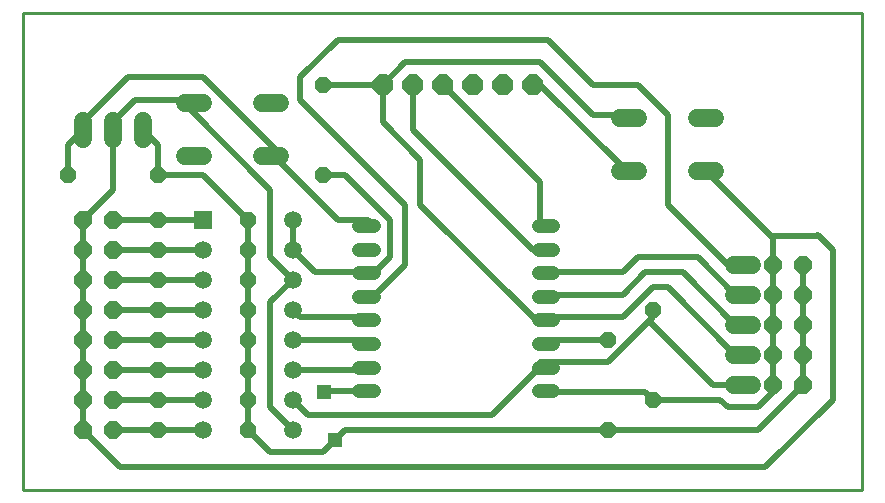
<source format=gbr>
G04 EAGLE Gerber X2 export*
%TF.Part,Single*%
%TF.FileFunction,Copper,L1,Top,Mixed*%
%TF.FilePolarity,Positive*%
%TF.GenerationSoftware,Autodesk,EAGLE,9.0.1*%
%TF.CreationDate,2018-06-19T07:22:09Z*%
G75*
%MOMM*%
%FSLAX34Y34*%
%LPD*%
%AMOC8*
5,1,8,0,0,1.08239X$1,22.5*%
G01*
%ADD10C,1.524000*%
%ADD11P,1.649562X8X112.500000*%
%ADD12P,1.924489X8X112.500000*%
%ADD13P,1.429621X8X292.500000*%
%ADD14P,1.429621X8X22.500000*%
%ADD15P,1.429621X8X202.500000*%
%ADD16R,1.498600X1.498600*%
%ADD17C,1.498600*%
%ADD18C,1.208000*%
%ADD19C,0.508000*%
%ADD20R,1.300000X1.300000*%
%ADD21C,0.254000*%


D10*
X601980Y190500D02*
X617220Y190500D01*
X617220Y165100D02*
X601980Y165100D01*
X601980Y139700D02*
X617220Y139700D01*
X617220Y114300D02*
X601980Y114300D01*
X601980Y88900D02*
X617220Y88900D01*
D11*
X660400Y88900D03*
X635000Y88900D03*
X660400Y114300D03*
X635000Y114300D03*
X660400Y139700D03*
X635000Y139700D03*
X660400Y165100D03*
X635000Y165100D03*
X660400Y190500D03*
X635000Y190500D03*
D12*
X304800Y342900D03*
X330200Y342900D03*
X355600Y342900D03*
X381000Y342900D03*
X406400Y342900D03*
X431800Y342900D03*
D10*
X50800Y312420D02*
X50800Y297180D01*
X76200Y297180D02*
X76200Y312420D01*
X101600Y312420D02*
X101600Y297180D01*
D11*
X76200Y50800D03*
X50800Y50800D03*
X76200Y76200D03*
X50800Y76200D03*
X76200Y101600D03*
X50800Y101600D03*
X76200Y127000D03*
X50800Y127000D03*
X76200Y152400D03*
X50800Y152400D03*
X76200Y177800D03*
X50800Y177800D03*
X76200Y203200D03*
X50800Y203200D03*
X76200Y228600D03*
X50800Y228600D03*
D13*
X254000Y342900D03*
X254000Y266700D03*
D14*
X114300Y177800D03*
X190500Y177800D03*
X114300Y203200D03*
X190500Y203200D03*
X114300Y228600D03*
X190500Y228600D03*
D13*
X495300Y127000D03*
X495300Y50800D03*
X533400Y152400D03*
X533400Y76200D03*
D15*
X114300Y266700D03*
X38100Y266700D03*
D14*
X114300Y50800D03*
X190500Y50800D03*
X114300Y76200D03*
X190500Y76200D03*
X114300Y101600D03*
X190500Y101600D03*
X114300Y127000D03*
X190500Y127000D03*
X114300Y152400D03*
X190500Y152400D03*
D10*
X570992Y269494D02*
X586232Y269494D01*
X586232Y314706D02*
X570992Y314706D01*
X521208Y269494D02*
X505968Y269494D01*
X505968Y314706D02*
X521208Y314706D01*
X152908Y327406D02*
X137668Y327406D01*
X137668Y282194D02*
X152908Y282194D01*
X202692Y327406D02*
X217932Y327406D01*
X217932Y282194D02*
X202692Y282194D01*
D16*
X152400Y228600D03*
D17*
X152400Y203200D03*
X152400Y177800D03*
X152400Y152400D03*
X152400Y127000D03*
X152400Y101600D03*
X152400Y76200D03*
X152400Y50800D03*
X228600Y50800D03*
X228600Y76200D03*
X228600Y101600D03*
X228600Y127000D03*
X228600Y152400D03*
X228600Y177800D03*
X228600Y203200D03*
X228600Y228600D03*
D18*
X437300Y83100D02*
X449380Y83100D01*
X449380Y103100D02*
X437300Y103100D01*
X437300Y123100D02*
X449380Y123100D01*
X449380Y143100D02*
X437300Y143100D01*
X437300Y163100D02*
X449380Y163100D01*
X449380Y183100D02*
X437300Y183100D01*
X437300Y203100D02*
X449380Y203100D01*
X449380Y223100D02*
X437300Y223100D01*
X297300Y83100D02*
X285220Y83100D01*
X285220Y103100D02*
X297300Y103100D01*
X297300Y123100D02*
X285220Y123100D01*
X285220Y143100D02*
X297300Y143100D01*
X297300Y163100D02*
X285220Y163100D01*
X285220Y183100D02*
X297300Y183100D01*
X297300Y203100D02*
X285220Y203100D01*
X285220Y223100D02*
X297300Y223100D01*
D19*
X438150Y82550D02*
X527050Y82550D01*
X533400Y76200D01*
X438150Y82550D02*
X437300Y83100D01*
X635000Y88900D02*
X635000Y114300D01*
X635000Y139700D02*
X635000Y165100D01*
X635000Y190500D01*
X635000Y139700D02*
X635000Y114300D01*
X590550Y76200D02*
X533400Y76200D01*
X590550Y76200D02*
X596900Y69850D01*
X622300Y69850D01*
X635000Y82550D01*
X635000Y88900D01*
X228600Y50800D02*
X209550Y69850D01*
X209550Y158750D01*
X228600Y177800D01*
X76200Y304800D02*
X76200Y311150D01*
X95250Y330200D01*
X139700Y330200D01*
X145288Y327406D01*
X50800Y228600D02*
X50800Y203200D01*
X50800Y177800D02*
X50800Y152400D01*
X50800Y76200D02*
X50800Y50800D01*
X50800Y101600D02*
X50800Y127000D01*
X50800Y101600D02*
X50800Y76200D01*
X50800Y127000D02*
X50800Y152400D01*
X50800Y177800D02*
X50800Y203200D01*
X76200Y254000D02*
X76200Y304800D01*
X76200Y254000D02*
X50800Y228600D01*
X209550Y196850D02*
X228600Y177800D01*
X209550Y196850D02*
X209550Y254000D01*
X139700Y323850D01*
X145288Y327406D01*
X50800Y50800D02*
X82550Y19050D01*
X438150Y342900D02*
X508000Y273050D01*
X438150Y342900D02*
X431800Y342900D01*
X508000Y273050D02*
X513588Y269494D01*
X635000Y196850D02*
X635000Y190500D01*
X514350Y266700D02*
X513588Y269494D01*
X633603Y214503D02*
X635000Y213106D01*
X633603Y214503D02*
X578612Y269494D01*
X635000Y213106D02*
X635000Y190500D01*
X685800Y76200D02*
X628650Y19050D01*
X685800Y76200D02*
X685800Y203200D01*
X673100Y215900D01*
X671703Y214503D01*
X633603Y214503D01*
X628650Y19050D02*
X82550Y19050D01*
X438150Y127000D02*
X495300Y127000D01*
X438150Y127000D02*
X437300Y123100D01*
X292100Y146050D02*
X234950Y146050D01*
X228600Y152400D01*
X292100Y146050D02*
X297300Y143100D01*
X292100Y101600D02*
X228600Y101600D01*
X292100Y101600D02*
X297300Y103100D01*
X292100Y127000D02*
X228600Y127000D01*
X292100Y127000D02*
X297300Y123100D01*
X38100Y266700D02*
X38100Y292100D01*
X50800Y304800D01*
X266700Y228600D02*
X292100Y228600D01*
X266700Y228600D02*
X215900Y279400D01*
X292100Y228600D02*
X297300Y223100D01*
X215900Y279400D02*
X210312Y282194D01*
X50800Y304800D02*
X50800Y311150D01*
X88900Y349250D01*
X152400Y349250D01*
X215900Y285750D01*
X210312Y282194D01*
X247650Y184150D02*
X292100Y184150D01*
X247650Y184150D02*
X228600Y203200D01*
X292100Y184150D02*
X297300Y183100D01*
X273050Y266700D02*
X254000Y266700D01*
X273050Y266700D02*
X311150Y228600D01*
X311150Y196850D01*
X298450Y184150D01*
X297300Y183100D01*
X228600Y203200D02*
X228600Y228600D01*
X114300Y266700D02*
X114300Y292100D01*
X101600Y304800D01*
X190500Y203200D02*
X190500Y177800D01*
X190500Y203200D02*
X190500Y228600D01*
X190500Y152400D02*
X190500Y127000D01*
X190500Y101600D02*
X190500Y76200D01*
X209550Y31750D02*
X254000Y31750D01*
X209550Y31750D02*
X190500Y50800D01*
X190500Y76200D01*
X190500Y101600D02*
X190500Y127000D01*
X190500Y152400D02*
X190500Y177800D01*
X152400Y266700D02*
X114300Y266700D01*
X152400Y266700D02*
X190500Y228600D01*
X660400Y190500D02*
X660400Y165100D01*
X660400Y139700D02*
X660400Y114300D01*
X622300Y50800D02*
X495300Y50800D01*
X622300Y50800D02*
X660400Y88900D01*
X660400Y114300D01*
X660400Y139700D02*
X660400Y165100D01*
X297300Y83100D02*
X255820Y83100D01*
X255270Y82550D01*
D20*
X255270Y82550D03*
D19*
X264160Y41910D02*
X254000Y31750D01*
X264160Y41910D02*
X273050Y50800D01*
X495300Y50800D01*
D20*
X264160Y41910D03*
D19*
X438150Y165100D02*
X508000Y165100D01*
X527050Y184150D01*
X558800Y184150D01*
X603250Y139700D01*
X609600Y139700D01*
X438150Y165100D02*
X437300Y163100D01*
X438150Y107950D02*
X495300Y107950D01*
X530225Y142875D02*
X533400Y146050D01*
X530225Y142875D02*
X495300Y107950D01*
X438150Y107950D02*
X437300Y103100D01*
X584200Y88900D02*
X609600Y88900D01*
X533400Y146050D02*
X533400Y152400D01*
X437300Y103100D02*
X435800Y101600D01*
X530225Y142875D02*
X584200Y88900D01*
X437300Y103100D02*
X397700Y63500D01*
X241300Y63500D01*
X228600Y76200D01*
X438150Y146050D02*
X508000Y146050D01*
X533400Y171450D01*
X546100Y171450D01*
X603250Y114300D01*
X609600Y114300D01*
X438150Y146050D02*
X437300Y143100D01*
X304800Y342900D02*
X254000Y342900D01*
X323850Y361950D02*
X438150Y361950D01*
X323850Y361950D02*
X304800Y342900D01*
X336550Y241300D02*
X431800Y146050D01*
X336550Y241300D02*
X336550Y279400D01*
X304800Y311150D01*
X304800Y342900D01*
X431800Y146050D02*
X437300Y143100D01*
X482600Y317500D02*
X508000Y317500D01*
X482600Y317500D02*
X438150Y361950D01*
X508000Y317500D02*
X513588Y314706D01*
X508000Y184150D02*
X438150Y184150D01*
X508000Y184150D02*
X520700Y196850D01*
X571500Y196850D01*
X603250Y165100D01*
X609600Y165100D01*
X438150Y184150D02*
X437300Y183100D01*
X323850Y190500D02*
X298450Y165100D01*
X323850Y190500D02*
X323850Y241300D01*
X234950Y330200D01*
X298450Y165100D02*
X297300Y163100D01*
X234950Y330200D02*
X234950Y349250D01*
X266700Y381000D01*
X444500Y381000D01*
X482600Y342900D01*
X520700Y342900D01*
X546100Y317500D01*
X546100Y241300D01*
X596900Y190500D01*
X609600Y190500D01*
X438150Y228600D02*
X438150Y260350D01*
X355600Y342900D01*
X438150Y228600D02*
X437300Y223100D01*
X431800Y203200D02*
X330200Y304800D01*
X330200Y342900D01*
X431800Y203200D02*
X437300Y203100D01*
X114300Y50800D02*
X76200Y50800D01*
X114300Y50800D02*
X152400Y50800D01*
X114300Y76200D02*
X76200Y76200D01*
X114300Y76200D02*
X152400Y76200D01*
X114300Y101600D02*
X76200Y101600D01*
X114300Y101600D02*
X152400Y101600D01*
X114300Y127000D02*
X76200Y127000D01*
X114300Y127000D02*
X152400Y127000D01*
X114300Y152400D02*
X76200Y152400D01*
X114300Y152400D02*
X152400Y152400D01*
X114300Y177800D02*
X76200Y177800D01*
X114300Y177800D02*
X152400Y177800D01*
X114300Y203200D02*
X76200Y203200D01*
X114300Y203200D02*
X152400Y203200D01*
X114300Y228600D02*
X76200Y228600D01*
X114300Y228600D02*
X152400Y228600D01*
D21*
X0Y0D02*
X711000Y0D01*
X711000Y403100D01*
X0Y403100D01*
X0Y0D01*
M02*

</source>
